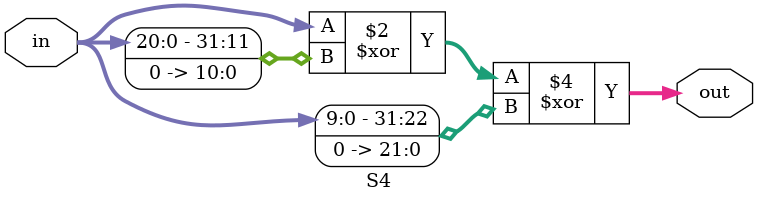
<source format=v>

module expand_key_type_B_256 (in, out_1, out_2);

    input      [255:0] in;
    output reg [255:0] out_1;
    output     [127:0] out_2;
    wire       [31:0]  k0, k1, k2, k3, k4, k5, k6, k7,
                       v5, v6, v7, k8;
    reg        [31:0]  k0a, k1a, k2a, k3a, k4a, k5a, k6a, k7a;
    wire       [31:0]  k0b, k1b, k2b, k3b, k4b, k5b, k6b, k7b;

    assign {k0, k1, k2, k3, k4, k5, k6, k7} = in;

    assign v5 = k4 ^ k5;
    assign v6 = v5 ^ k6;
    assign v7 = v6 ^ k7;

    always @ (*)
        {k0a, k1a, k2a, k3a, k4a, k5a, k6a, k7a} <= {k0, k1, k2, k3, k4, v5, v6, v7};

    S4 S4_0 (.in(k3), .out(k8));

    assign {k0b, k1b, k2b, k3b} = {k0a, k1a, k2a, k3a};
    assign k4b = k4a ^ k8;
    assign k5b = k5a ^ k8;
    assign k6b = k6a ^ k8;
    assign k7b = k7a ^ k8;

    always @ (*)
        out_1 <= {k0b, k1b, k2b, k3b, k4b, k5b, k6b, k7b};

    assign out_2 = {k4b, k5b, k6b, k7b};

endmodule

module S4 (in, out);

    input  [31:0] in;
    output [31:0] out;

    assign out = in ^ (in << 11) ^ (in << 22);

endmodule

</source>
